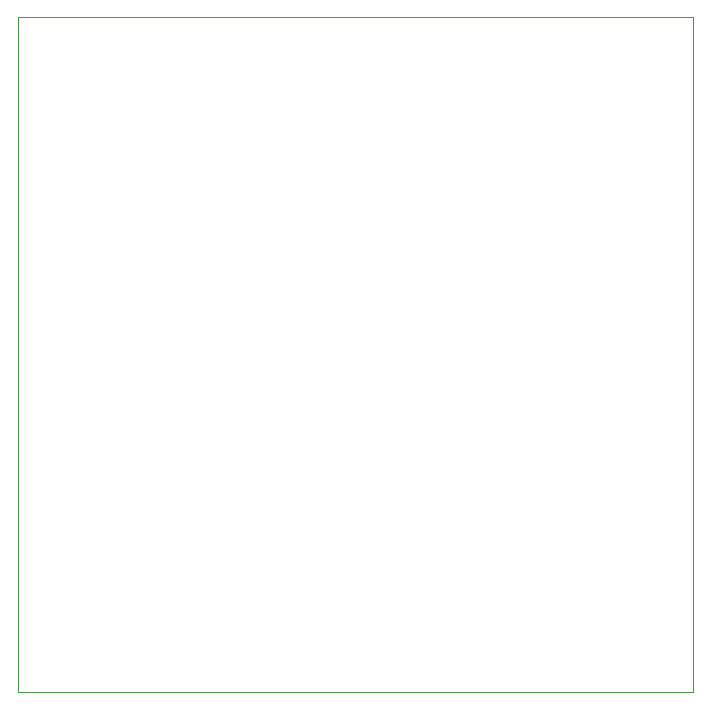
<source format=gm1>
%TF.GenerationSoftware,KiCad,Pcbnew,(6.0.1-0)*%
%TF.CreationDate,2022-04-18T21:10:34-05:00*%
%TF.ProjectId,tackle_sensor_hardware,7461636b-6c65-45f7-9365-6e736f725f68,rev?*%
%TF.SameCoordinates,Original*%
%TF.FileFunction,Profile,NP*%
%FSLAX46Y46*%
G04 Gerber Fmt 4.6, Leading zero omitted, Abs format (unit mm)*
G04 Created by KiCad (PCBNEW (6.0.1-0)) date 2022-04-18 21:10:34*
%MOMM*%
%LPD*%
G01*
G04 APERTURE LIST*
%TA.AperFunction,Profile*%
%ADD10C,0.100000*%
%TD*%
G04 APERTURE END LIST*
D10*
X120650000Y-69850000D02*
X177800000Y-69850000D01*
X177800000Y-69850000D02*
X177800000Y-127000000D01*
X177800000Y-127000000D02*
X120650000Y-127000000D01*
X120650000Y-127000000D02*
X120650000Y-69850000D01*
M02*

</source>
